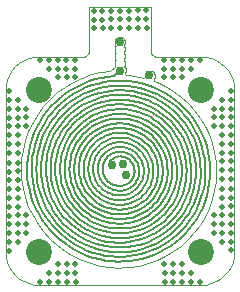
<source format=gbr>
G04 EAGLE Gerber RS-274X export*
G75*
%MOMM*%
%FSLAX34Y34*%
%LPD*%
%INCopper Layer 2*%
%IPPOS*%
%AMOC8*
5,1,8,0,0,1.08239X$1,22.5*%
G01*
%ADD10C,2.199994*%
%ADD11C,0.500000*%
%ADD12C,0.000000*%
%ADD13C,0.200000*%
%ADD14C,0.756400*%


D10*
X137128Y137128D03*
X137128Y0D03*
X0Y0D03*
X0Y137128D03*
D11*
X53858Y189187D03*
X46406Y189128D03*
X61310Y189247D03*
X61191Y204151D03*
X61251Y196699D03*
X46287Y204032D03*
X46346Y196580D03*
X53798Y196639D03*
X53739Y204092D03*
X68762Y189307D03*
X68702Y196759D03*
X76155Y196818D03*
X76214Y189366D03*
X76095Y204270D03*
X68643Y204211D03*
X83666Y189426D03*
X83607Y196878D03*
X91059Y196938D03*
X91118Y189486D03*
X90999Y204390D03*
X83547Y204330D03*
X113622Y162586D03*
X106172Y162586D03*
X106234Y155194D03*
X106295Y147801D03*
X113745Y147801D03*
X121195Y147801D03*
X113684Y155194D03*
X121072Y162586D03*
X121134Y155194D03*
X128584Y155194D03*
X128522Y162586D03*
X135972Y162586D03*
X15932Y147801D03*
X908Y162586D03*
X8420Y155194D03*
X23381Y147801D03*
X30832Y147801D03*
X23320Y155194D03*
X15870Y155194D03*
X15808Y162586D03*
X8358Y162586D03*
X23258Y162586D03*
X30708Y162586D03*
X30770Y155194D03*
X-10672Y15932D03*
X-25457Y908D03*
X-18065Y8420D03*
X-10672Y23381D03*
X-10672Y30832D03*
X-18065Y23320D03*
X-18065Y15870D03*
X-25457Y15808D03*
X-25457Y8358D03*
X-25457Y23258D03*
X-25457Y30708D03*
X-18065Y30770D03*
X-18065Y38220D03*
X-25457Y38158D03*
X-25457Y45608D03*
X-18065Y45670D03*
X-18065Y53120D03*
X-25457Y53058D03*
X-25457Y60508D03*
X-18065Y60570D03*
X-18065Y68020D03*
X-25457Y67958D03*
X-25457Y75408D03*
X-18065Y75470D03*
X-25457Y135972D03*
X-25457Y128522D03*
X-18065Y128584D03*
X-18065Y121134D03*
X-25457Y121072D03*
X-18065Y113684D03*
X-10672Y121195D03*
X-10672Y113745D03*
X-10672Y106295D03*
X-18065Y106234D03*
X-25457Y106172D03*
X-25457Y98722D03*
X-18065Y98784D03*
X-18065Y91334D03*
X-25457Y91272D03*
X-25457Y83822D03*
X-18065Y83884D03*
X-25457Y113622D03*
X147801Y121195D03*
X162586Y136219D03*
X155194Y128707D03*
X147801Y113745D03*
X147801Y106295D03*
X155194Y113807D03*
X155194Y121257D03*
X162586Y121319D03*
X162586Y128769D03*
X162586Y113869D03*
X162586Y106419D03*
X155194Y106357D03*
X155194Y98907D03*
X162586Y98969D03*
X162586Y91519D03*
X155194Y91457D03*
X155194Y84007D03*
X162586Y84069D03*
X162586Y76619D03*
X155194Y76557D03*
X155194Y69107D03*
X162586Y69169D03*
X162586Y61719D03*
X155194Y61657D03*
X162586Y1155D03*
X162586Y8605D03*
X155194Y8543D03*
X155194Y15993D03*
X162586Y16055D03*
X155194Y23443D03*
X147801Y15932D03*
X147801Y23381D03*
X147801Y30832D03*
X155194Y30893D03*
X162586Y30955D03*
X162586Y38405D03*
X155194Y38343D03*
X155194Y45793D03*
X162586Y45855D03*
X162586Y53305D03*
X155194Y53243D03*
X162586Y23505D03*
X23505Y-25457D03*
X30955Y-25457D03*
X30893Y-18065D03*
X30832Y-10672D03*
X23381Y-10672D03*
X15932Y-10672D03*
X23443Y-18065D03*
X16055Y-25457D03*
X15993Y-18065D03*
X8543Y-18065D03*
X8605Y-25457D03*
X1155Y-25457D03*
X106357Y-18065D03*
X106419Y-25457D03*
X113869Y-25457D03*
X128769Y-25457D03*
X121319Y-25457D03*
X121257Y-18065D03*
X113807Y-18065D03*
X106295Y-10672D03*
X113745Y-10672D03*
X128707Y-18065D03*
X136219Y-25457D03*
X121195Y-10672D03*
D12*
X95258Y167785D02*
X94944Y169365D01*
X95258Y167785D02*
X96153Y166445D01*
X97493Y165550D01*
X99073Y165236D01*
X137128Y165236D01*
X137269Y165264D01*
X141531Y164928D01*
X145826Y163897D01*
X149906Y162207D01*
X153672Y159899D01*
X157031Y157031D01*
X159899Y153672D01*
X162207Y149906D01*
X163897Y145826D01*
X164928Y141531D01*
X165264Y137269D01*
X165236Y137128D01*
X165236Y0D01*
X165264Y-140D01*
X164928Y-4402D01*
X163897Y-8697D01*
X162207Y-12778D01*
X159899Y-16543D01*
X157031Y-19902D01*
X153672Y-22770D01*
X149906Y-25078D01*
X145826Y-26768D01*
X141531Y-27800D01*
X137269Y-28135D01*
X137128Y-28107D01*
X0Y-28107D01*
X-140Y-28135D01*
X-4402Y-27800D01*
X-8697Y-26768D01*
X-12778Y-25078D01*
X-16543Y-22770D01*
X-19902Y-19902D01*
X-22770Y-16543D01*
X-25078Y-12778D01*
X-26768Y-8697D01*
X-27800Y-4402D01*
X-28135Y-140D01*
X-28107Y0D01*
X-28107Y137128D01*
X-28135Y137269D01*
X-27800Y141531D01*
X-26768Y145826D01*
X-25078Y149906D01*
X-22770Y153672D01*
X-19902Y157031D01*
X-16543Y159899D01*
X-12778Y162207D01*
X-8697Y163897D01*
X-4402Y164928D01*
X-140Y165264D01*
X0Y165236D01*
X38054Y165236D01*
X39634Y165550D01*
X40974Y166445D01*
X41869Y167785D01*
X42183Y169365D01*
X42183Y207250D01*
X94944Y207250D01*
X94944Y169365D01*
X69459Y181935D02*
X67668Y181935D01*
X66014Y181250D01*
X64748Y179984D01*
X64063Y178330D01*
X64063Y176540D01*
X64748Y174886D01*
X65200Y174435D01*
X64748Y173984D01*
X64063Y172331D01*
X64063Y170540D01*
X64748Y168886D01*
X65200Y168435D01*
X64748Y167984D01*
X64063Y166331D01*
X64063Y164540D01*
X64748Y162886D01*
X65200Y162435D01*
X64748Y161984D01*
X64063Y160330D01*
X64063Y158540D01*
X64748Y156886D01*
X136280Y113609D02*
X140397Y106740D01*
X126132Y125974D02*
X120199Y131351D01*
X113767Y136122D01*
X106898Y140238D01*
X99660Y143662D01*
X97776Y146452D02*
X98461Y148106D01*
X98461Y149896D01*
X89461Y149896D02*
X89461Y148336D01*
X73543Y149622D02*
X72919Y150925D01*
X73196Y151307D01*
X73658Y153242D01*
X73344Y155207D01*
X72337Y156845D01*
X72378Y156886D01*
X73063Y158540D01*
X73063Y160330D01*
X72378Y161984D01*
X71927Y162435D01*
X72378Y162886D01*
X73063Y164540D01*
X73063Y166331D01*
X72378Y167984D01*
X71927Y168435D01*
X72378Y168886D01*
X73063Y170540D01*
X73063Y172331D01*
X72378Y173984D01*
X71927Y174435D01*
X72378Y174886D01*
X73063Y176540D01*
X73063Y178330D01*
X72378Y179984D01*
X71112Y181250D01*
X69459Y181935D01*
X68444Y150938D02*
X68235Y150939D01*
X68029Y150922D01*
X67825Y150886D01*
X67623Y150832D02*
X67424Y150760D01*
X67227Y150669D01*
X67033Y150561D01*
X66840Y150434D01*
X66650Y150288D02*
X66463Y150125D01*
X65103Y151591D01*
X65281Y151766D01*
X65440Y151944D01*
X65581Y152127D01*
X65704Y152312D01*
X65809Y152502D01*
X65896Y152695D01*
X65966Y152892D01*
X66017Y153093D01*
X66050Y153297D01*
X66064Y153505D01*
X68444Y150938D01*
X60930Y73966D02*
X60963Y73914D01*
X61012Y73874D01*
X61077Y73847D01*
X61158Y73832D01*
X61256Y73831D01*
X61370Y73841D01*
X61500Y73864D01*
X61647Y73899D01*
X61809Y73947D01*
X60092Y71186D01*
X60079Y71254D01*
X60061Y71323D01*
X60037Y71394D01*
X60008Y71465D01*
X59974Y71537D01*
X59889Y71685D01*
X59839Y71761D01*
X59723Y71915D01*
X60913Y74030D01*
X60930Y73966D01*
D13*
X60585Y77338D02*
X60717Y77480D01*
X60585Y77338D02*
X60462Y77187D01*
X60351Y77028D01*
X59902Y74225D02*
X59909Y74040D01*
X59928Y73855D01*
X59961Y73672D01*
X60005Y73492D01*
X60063Y73315D01*
X60132Y73143D01*
X60214Y72976D01*
X60307Y72815D01*
X60411Y72661D01*
X60525Y72515D01*
X60649Y72377D01*
X60783Y72248D01*
X60925Y72128D01*
X61075Y72019D01*
X61233Y71921D01*
X61397Y71834D01*
X61567Y71758D01*
X61741Y71695D01*
X61920Y71644D01*
X62101Y71605D01*
X62285Y71579D01*
X62471Y71566D01*
X62855Y83691D02*
X63804Y84041D01*
X62855Y83691D02*
X61933Y83274D01*
X61042Y82795D01*
X60186Y82254D01*
X59370Y81655D01*
X58598Y81001D01*
X57874Y80294D01*
X57200Y79538D01*
X56581Y78738D01*
X56019Y77896D01*
X56097Y62529D02*
X56667Y61693D01*
X57294Y60898D01*
X57975Y60150D01*
X58707Y59450D01*
X59485Y58804D02*
X60307Y58213D01*
X61168Y57681D02*
X62064Y57210D01*
X62990Y56804D01*
X63943Y56462D01*
X64918Y56188D01*
X65908Y55983D01*
X66911Y55847D01*
X67921Y55781D01*
X69891Y31804D02*
X72432Y31995D01*
X74953Y32362D01*
X77442Y32904D01*
X79888Y33619D01*
X82277Y34502D01*
X84600Y35550D01*
X86843Y36757D01*
X88997Y38118D01*
X91050Y39626D01*
X92994Y41273D01*
X94817Y43053D01*
X96513Y44954D01*
X72869Y28019D02*
X70050Y27807D01*
X72869Y28019D02*
X75667Y28426D01*
X78429Y29028D01*
X81142Y29821D01*
X83794Y30801D01*
X86370Y31964D01*
X88860Y33303D01*
X91250Y34814D01*
X93528Y36487D01*
X95684Y38314D01*
X97708Y40288D01*
X99589Y42399D01*
X101318Y44635D01*
X102887Y46986D01*
X104288Y49442D01*
X105515Y51989D01*
X106560Y54615D01*
X107420Y57308D01*
X108090Y60054D01*
X108567Y62841D01*
X108849Y65653D01*
X108933Y68479D01*
X108820Y71304D01*
X108511Y74114D01*
X108006Y76895D01*
X107308Y79634D01*
X106421Y82319D01*
X105349Y84934D01*
X104097Y87469D01*
X102671Y89910D01*
X101079Y92245D01*
X99327Y94464D01*
X97425Y96555D01*
X95382Y98509D01*
X93207Y100315D01*
X90912Y101965D01*
X88507Y103451D01*
X86004Y104766D01*
X83416Y105903D01*
X80755Y106856D01*
X78033Y107621D01*
X75266Y108195D01*
X72464Y108575D01*
X69643Y108757D01*
X66816Y108743D01*
X73308Y24044D02*
X70210Y23811D01*
X73308Y24044D02*
X76381Y24491D01*
X79416Y25153D01*
X82398Y26024D01*
X85311Y27101D01*
X88142Y28378D01*
X90877Y29850D01*
X93503Y31509D01*
X96007Y33348D01*
X98376Y35357D01*
X100600Y37525D01*
X102666Y39844D01*
X111914Y77748D02*
X111148Y80758D01*
X110173Y83707D01*
X108995Y86581D01*
X107619Y89366D01*
X106053Y92048D01*
X71518Y56162D02*
X70666Y55976D01*
X71518Y56162D02*
X72356Y56407D01*
X73174Y56709D01*
X73969Y57068D01*
X76844Y59028D02*
X77468Y59637D01*
X78049Y60289D01*
X78583Y60979D01*
X79067Y61705D01*
X79499Y62462D01*
X79878Y63249D01*
X80201Y64059D01*
X80466Y64890D01*
X80673Y65738D01*
X80820Y66598D01*
X80907Y67466D01*
X80933Y68338D01*
X80898Y69210D01*
X80803Y70077D01*
X80647Y70936D01*
X80432Y71781D01*
X80158Y72609D01*
X79827Y73417D01*
X79441Y74199D01*
X79001Y74953D01*
X78509Y75673D01*
X77968Y76358D01*
X77381Y77004D01*
X76751Y77607D01*
X76080Y78164D01*
X75371Y78673D01*
X74629Y79132D01*
X73857Y79538D01*
X73058Y79889D01*
X72236Y80183D01*
X71396Y80419D01*
X70542Y80596D01*
X69678Y80713D01*
X68807Y80770D01*
X68297Y80774D01*
X73524Y40234D02*
X71555Y39947D01*
X73524Y40234D02*
X75467Y40657D01*
X77377Y41215D01*
X79242Y41905D01*
X81056Y42723D01*
X82807Y43666D01*
X84489Y44729D01*
X86092Y45906D01*
X87610Y47192D01*
X89034Y48581D01*
X90357Y50066D01*
X91574Y51640D01*
X92678Y53295D01*
X93664Y55023D01*
X94527Y56815D01*
X95263Y58663D01*
X95868Y60558D01*
X96340Y62490D01*
X96675Y64451D01*
X96873Y66430D01*
X96933Y68419D01*
X96853Y70407D01*
X96635Y72384D01*
X96280Y74341D01*
X95789Y76269D01*
X95165Y78158D01*
X94411Y79998D01*
X93529Y81782D02*
X92526Y83499D01*
X91405Y85143D01*
X90173Y86704D01*
X88834Y88176D01*
X87397Y89551D01*
X85866Y90822D01*
X84251Y91983D01*
X82559Y93028D01*
X80798Y93953D01*
X78976Y94753D01*
X77104Y95424D01*
X75189Y95963D01*
X73241Y96367D01*
X71270Y96634D01*
X69285Y96762D01*
X67295Y96752D01*
X71117Y43922D02*
X69411Y43794D01*
X71117Y43922D02*
X72809Y44169D01*
X74480Y44533D01*
X76121Y45012D01*
X77725Y45605D01*
X79284Y46309D01*
X80790Y47119D01*
X82236Y48033D01*
X83614Y49045D01*
X84919Y50151D01*
X86143Y51345D01*
X87281Y52621D01*
X88327Y53974D01*
X89276Y55397D01*
X90124Y56882D01*
X90865Y58423D01*
X91498Y60011D01*
X92018Y61640D01*
X92424Y63302D01*
X92712Y64987D01*
X92882Y66689D01*
X92934Y68398D01*
X92865Y70107D01*
X92678Y71807D01*
X92373Y73490D01*
X91951Y75147D01*
X91414Y76770D02*
X90765Y78353D01*
X90008Y79886D02*
X89146Y81363D01*
X88182Y82776D01*
X87123Y84118D01*
X85972Y85383D01*
X84736Y86565D01*
X83420Y87657D01*
X82032Y88656D01*
X80577Y89555D01*
X79063Y90350D01*
X77497Y91038D01*
X75887Y91615D01*
X74241Y92078D01*
X72567Y92425D01*
X70872Y92654D01*
X69165Y92765D01*
X67455Y92756D01*
X71994Y35971D02*
X69731Y35801D01*
X71994Y35971D02*
X74238Y36298D01*
X84825Y40212D02*
X86743Y41424D01*
X88571Y42766D01*
X93435Y47511D02*
X94822Y49305D01*
X96081Y51192D01*
X97206Y53162D01*
X98190Y55206D01*
X99029Y57314D01*
X99719Y59475D01*
X100257Y61679D01*
X100639Y63915D01*
X100865Y66172D01*
X100933Y68439D01*
X100842Y70706D01*
X100594Y72961D01*
X100189Y75193D01*
X97052Y83678D02*
X95908Y85636D01*
X94630Y87511D01*
X93224Y89291D01*
X91698Y90969D01*
X90058Y92537D01*
X88313Y93986D01*
X86471Y95310D01*
X84541Y96503D01*
X82533Y97558D01*
X80456Y98470D01*
X78320Y99235D01*
X76137Y99849D01*
X73916Y100310D01*
X71668Y100614D01*
X69404Y100761D01*
X67136Y100749D01*
X75060Y8139D02*
X70849Y7823D01*
X75060Y8139D02*
X79239Y8748D01*
X83365Y9646D01*
X114975Y29620D02*
X117558Y32961D01*
X119902Y36473D01*
X121995Y40141D01*
X123827Y43946D01*
X125389Y47869D01*
X126674Y51891D01*
X127675Y55994D01*
X128387Y60156D01*
X128808Y64358D01*
X128934Y68579D01*
X128765Y72799D01*
X128303Y76996D01*
X127549Y81151D01*
X119580Y100593D02*
X117201Y104082D01*
X114584Y107396D01*
X111743Y110520D01*
X108691Y113438D01*
X105442Y116137D01*
X102013Y118601D01*
X98421Y120821D01*
X94683Y122785D01*
X90816Y124483D01*
X86841Y125908D01*
X82776Y127051D01*
X78641Y127909D01*
X74456Y128475D01*
X70242Y128749D01*
X66019Y128727D01*
X66018Y128727D01*
X74184Y16091D02*
X70529Y15817D01*
X74184Y16091D02*
X77810Y16619D01*
X108820Y34732D02*
X111061Y37631D01*
X113095Y40679D01*
X114911Y43861D01*
X116501Y47163D01*
X117857Y50568D01*
X118972Y54058D01*
X119840Y57618D01*
X120458Y61230D01*
X120823Y64876D01*
X120932Y68539D01*
X120786Y72201D01*
X120385Y75843D01*
X119731Y79449D01*
X118826Y83000D01*
X100547Y109808D02*
X97572Y111947D01*
X94454Y113873D01*
X91210Y115577D01*
X87855Y117051D01*
X84405Y118287D01*
X80878Y119279D01*
X77290Y120023D01*
X73658Y120515D01*
X70002Y120752D01*
X66337Y120733D01*
X74622Y12115D02*
X70689Y11820D01*
X74622Y12115D02*
X78524Y12684D01*
X111897Y32176D02*
X114309Y35296D01*
X116498Y38577D01*
X118453Y42002D01*
X120164Y45555D01*
X121623Y49219D01*
X122822Y52976D01*
X124422Y60694D02*
X124815Y64618D01*
X124933Y68560D01*
X124775Y72500D01*
X124343Y76420D01*
X123639Y80300D01*
X122666Y84122D01*
X121428Y87866D01*
X119932Y91515D01*
X118186Y95051D02*
X116197Y98457D01*
X113975Y101715D01*
X111532Y104810D01*
X108878Y107728D01*
X106027Y110453D01*
X102994Y112973D01*
X99792Y115274D01*
X96437Y117348D01*
X74056Y124495D02*
X70121Y124750D01*
X66177Y124730D01*
X120805Y30626D02*
X118051Y27064D01*
X125535Y38281D02*
X127488Y42337D01*
X129154Y46520D01*
X130524Y50808D01*
X131591Y55182D01*
X132351Y59620D01*
X132799Y64099D01*
X132933Y68600D01*
X132753Y73098D01*
X132260Y77573D01*
X131456Y82003D01*
X130345Y86366D01*
X128932Y90640D01*
X127225Y94806D01*
X125231Y98842D02*
X122960Y102730D01*
X120424Y106450D02*
X117635Y109983D01*
X114605Y113314D01*
X111351Y116425D01*
X107888Y119301D01*
X104232Y121929D01*
X100402Y124296D01*
X88056Y129718D02*
X83723Y130938D01*
X79314Y131851D01*
X75936Y188D02*
X71168Y-168D01*
X75936Y188D02*
X80667Y877D01*
X85339Y1895D01*
X89928Y3236D01*
X94413Y4894D01*
X98771Y6860D01*
X102981Y9126D01*
X107023Y11680D01*
X110877Y14510D01*
X114524Y17601D01*
X117947Y20940D01*
X121128Y24509D01*
X124053Y28292D01*
X126706Y32269D01*
X126341Y104866D02*
X123647Y108817D01*
X120685Y112570D01*
X117468Y116106D01*
X114012Y119410D01*
X110334Y122465D01*
X73746Y20068D02*
X70370Y19814D01*
X73746Y20068D02*
X77096Y20555D01*
X80404Y21276D01*
X83653Y22225D01*
X86828Y23399D01*
X89914Y24791D01*
X92895Y26396D01*
X95757Y28204D01*
X98485Y30207D01*
X101068Y32396D01*
X103491Y34760D01*
X105743Y37287D01*
X107814Y39965D01*
X109693Y42781D01*
X111371Y45722D02*
X112840Y48772D01*
X114092Y51917D01*
X115122Y55141D01*
X116428Y75266D02*
X115823Y78597D01*
X114988Y81878D01*
X109435Y94182D02*
X107528Y96979D01*
X105430Y99637D01*
X103152Y102141D01*
X100706Y104480D01*
X98101Y106643D02*
X95353Y108619D01*
X92473Y110399D01*
X89476Y111973D01*
X86377Y113334D01*
X83190Y114476D01*
X79931Y115393D01*
X76616Y116080D01*
X73262Y116534D01*
X69884Y116753D01*
X66498Y116736D01*
X66497Y116736D01*
X66337Y120733D02*
X62822Y120470D01*
X59334Y119962D01*
X55890Y119212D01*
X52507Y118223D01*
X49201Y117001D01*
X45988Y115551D01*
X42884Y113880D01*
X39904Y111997D02*
X37063Y109911D01*
X34374Y107632D01*
X31851Y105171D01*
X29505Y102540D01*
X27349Y99751D01*
X25393Y96819D01*
X23646Y93758D01*
X22117Y90581D01*
X20813Y87307D01*
X19740Y83949D01*
X18904Y80525D01*
X18310Y77050D01*
X17959Y73543D01*
X17854Y70020D01*
X17994Y66497D01*
X18380Y62994D01*
X19010Y59526D01*
X19880Y56110D01*
X20986Y52763D01*
X22323Y49502D01*
X25662Y43297D02*
X27647Y40385D01*
X29832Y37618D01*
X32203Y35011D01*
X43323Y26412D02*
X46444Y24773D01*
X49671Y23356D01*
X52989Y22167D01*
X56383Y21212D01*
X59834Y20497D01*
X70369Y19813D02*
X70370Y19814D01*
X62384Y124446D02*
X66177Y124730D01*
X62384Y124446D02*
X58620Y123898D01*
X54903Y123088D01*
X51251Y122021D01*
X47683Y120702D01*
X44216Y119137D01*
X40866Y117335D01*
X37650Y115303D01*
X34584Y113051D01*
X31682Y110591D01*
X28959Y107935D01*
X26428Y105095D01*
X24101Y102086D01*
X21990Y98921D01*
X20104Y95617D01*
X18454Y92190D01*
X17046Y88656D01*
X15889Y85032D01*
X14988Y81336D01*
X14346Y77587D01*
X13967Y73801D01*
X13854Y69999D01*
X14006Y66198D01*
X14422Y62417D01*
X15102Y58674D01*
X16040Y54988D01*
X17234Y51376D01*
X18677Y47856D01*
X20362Y44445D02*
X22280Y41160D01*
X24423Y38017D01*
X26780Y35032D01*
X29340Y32217D01*
X32090Y29589D01*
X35016Y27158D01*
X38105Y24938D01*
X41341Y22938D01*
X44709Y21169D01*
X48192Y19639D01*
X51773Y18356D01*
X55435Y17326D01*
X59160Y16554D01*
X62929Y16043D01*
X66725Y15797D01*
X70529Y15816D01*
X70529Y15817D01*
X61947Y128422D02*
X66018Y128727D01*
X61947Y128422D02*
X57906Y127833D01*
X53916Y126964D01*
X49997Y125819D01*
X46167Y124403D01*
X42445Y122724D01*
X38850Y120789D01*
X35398Y118607D01*
X32107Y116191D01*
X28992Y113550D01*
X26069Y110699D01*
X23352Y107651D01*
X20855Y104421D01*
X18588Y101024D01*
X16565Y97478D01*
X14793Y93799D01*
X13283Y90005D01*
X12040Y86116D01*
X11073Y82149D01*
X10384Y78124D01*
X9977Y74061D01*
X9855Y69980D01*
X10019Y65900D01*
X10466Y61841D01*
X11195Y57824D01*
X12203Y53867D01*
X13484Y49990D01*
X15033Y46211D02*
X16841Y42551D01*
X18901Y39025D01*
X21201Y35651D01*
X23731Y32446D01*
X26478Y29426D01*
X29430Y26604D01*
X32571Y23995D01*
X35886Y21612D01*
X39360Y19466D01*
X42975Y17567D01*
X46713Y15925D01*
X50557Y14548D01*
X54488Y13442D01*
X58486Y12613D01*
X62533Y12065D01*
X66607Y11801D01*
X70689Y11820D01*
X61508Y132398D02*
X65858Y132724D01*
X61508Y132398D02*
X57191Y131769D01*
X52929Y130841D01*
X48742Y129617D01*
X44650Y128105D01*
X40673Y126310D01*
X36832Y124243D01*
X33144Y121913D01*
X29628Y119331D01*
X26300Y116510D01*
X23177Y113464D01*
X20275Y110208D01*
X11130Y95408D02*
X9516Y91355D01*
X8189Y87199D01*
X7155Y82961D01*
X6419Y78662D01*
X5985Y74321D01*
X5854Y69960D01*
X6028Y65601D01*
X6506Y61265D01*
X7285Y56973D01*
X8362Y52745D01*
X9731Y48603D01*
X11385Y44567D01*
X13317Y40656D02*
X15518Y36889D01*
X17975Y33284D01*
X20678Y29860D01*
X23613Y26633D01*
X26767Y23618D01*
X30123Y20831D01*
X33665Y18285D01*
X37376Y15992D01*
X41238Y13963D01*
X45232Y12209D02*
X49339Y10737D01*
X53538Y9556D01*
X57810Y8670D01*
X62133Y8085D01*
X66486Y7802D01*
X70848Y7824D01*
X70849Y7823D01*
X61070Y136373D02*
X65698Y136720D01*
X61070Y136373D02*
X56477Y135704D01*
X51941Y134716D01*
X47486Y133415D01*
X43132Y131805D01*
X38901Y129896D01*
X34814Y127696D01*
X30890Y125217D01*
X27149Y122470D01*
X23608Y119468D01*
X20285Y116227D01*
X17197Y112762D01*
X14358Y109090D01*
X11782Y105229D01*
X9481Y101198D01*
X4338Y88282D02*
X3238Y83772D01*
X2455Y79197D01*
X1993Y74578D01*
X1854Y69939D01*
X2040Y65301D01*
X2548Y60687D01*
X3377Y56120D01*
X4522Y51622D01*
X5979Y47215D01*
X7739Y42920D02*
X9795Y38759D01*
X12136Y34751D01*
X14751Y30916D01*
X17627Y27272D01*
X20750Y23839D01*
X24105Y20631D01*
X27676Y17665D01*
X31445Y14956D01*
X35393Y12516D01*
X39503Y10358D01*
X43753Y8491D01*
X48122Y6926D01*
X52590Y5669D01*
X57135Y4726D01*
X61735Y4104D01*
X66367Y3803D01*
X71008Y3826D01*
X60632Y140349D02*
X65539Y140717D01*
X60632Y140349D02*
X55763Y139640D01*
X50955Y138593D01*
X46231Y137213D01*
X41616Y135506D01*
X37130Y133482D01*
X32798Y131150D01*
X28637Y128521D01*
X24671Y125609D01*
X20917Y122427D01*
X17395Y118991D01*
X14121Y115318D01*
X11111Y111425D01*
X8379Y107332D02*
X5941Y103057D01*
X3806Y98624D01*
X1985Y94052D01*
X488Y89365D01*
X-1507Y79734D02*
X-1997Y74837D01*
X-2144Y69919D01*
X-1947Y65002D01*
X-1408Y60110D01*
X-529Y55269D01*
X684Y50500D01*
X2228Y45828D01*
X4094Y41275D02*
X6274Y36863D01*
X8756Y32614D01*
X11528Y28548D01*
X14577Y24686D02*
X17888Y21045D01*
X21445Y17645D01*
X29226Y11628D02*
X33412Y9042D01*
X37769Y6753D01*
X42274Y4775D01*
X46906Y3115D01*
X51643Y1782D01*
X56462Y784D01*
X61338Y123D01*
X66249Y-194D01*
X71168Y-168D01*
X60194Y144326D02*
X65379Y144714D01*
X60194Y144326D02*
X55048Y143576D01*
X49967Y142469D01*
X44976Y141011D01*
X40098Y139208D01*
X35359Y137069D01*
X30779Y134605D01*
X26383Y131827D01*
X22192Y128749D01*
X18226Y125387D01*
X14503Y121756D01*
X11043Y117874D01*
X7862Y113760D01*
X4976Y109435D01*
X2399Y104918D01*
X143Y100233D01*
X-1780Y95402D01*
X-3362Y90448D01*
X-4595Y85397D01*
X-5472Y80271D01*
X-5989Y75097D01*
X-6145Y69899D01*
X-5937Y64703D01*
X-5368Y59535D01*
X-4439Y54418D01*
X-3156Y49379D02*
X-1524Y44441D01*
X447Y39630D01*
X2750Y34968D02*
X5373Y30477D01*
X8302Y26181D01*
X11524Y22099D02*
X15023Y18252D01*
X18782Y14659D01*
X22782Y11337D01*
X36031Y3150D02*
X40792Y1058D01*
X45688Y-694D01*
X50693Y-2102D01*
X55785Y-3158D01*
X60938Y-3856D01*
X66127Y-4193D01*
X71327Y-4166D01*
X71328Y-4165D01*
X58093Y148100D02*
X63547Y148626D01*
X58093Y148100D02*
X52690Y147195D01*
X47362Y145915D01*
X42137Y144266D01*
X37039Y142257D01*
X32094Y139897D01*
X27326Y137198D01*
X22757Y134173D01*
X18411Y130837D01*
X14308Y127205D01*
X10468Y123297D01*
X6910Y119130D01*
X3652Y114724D01*
X709Y110103D01*
X-1903Y105287D01*
X-4175Y100301D01*
X-6093Y95168D01*
X-7648Y89914D01*
X-8833Y84564D01*
X-9642Y79145D01*
X-10071Y73683D01*
X-10117Y68204D01*
X-9066Y57303D02*
X-7972Y51934D01*
X-6507Y46654D01*
X-4677Y41489D01*
X-2491Y36465D01*
X38Y31605D02*
X2902Y26934D01*
X6085Y22474D01*
X9571Y18247D01*
X13343Y14273D01*
X30910Y1279D02*
X35814Y-1164D01*
X40877Y-3260D01*
X46073Y-4997D01*
X51378Y-6368D01*
X56766Y-7366D01*
X62210Y-7985D01*
X67684Y-8223D01*
X71487Y-8162D01*
X76812Y-7763D01*
X82096Y-6993D01*
X87313Y-5857D01*
X127282Y19397D02*
X130548Y23622D01*
X133512Y28063D01*
X136158Y32701D01*
X138475Y37512D01*
X140450Y42472D01*
X142075Y47559D01*
X143341Y52746D01*
X144242Y58010D01*
X144773Y63323D01*
X144932Y68660D01*
X144719Y73995D01*
X144134Y79303D01*
X143181Y84556D01*
X141863Y89731D01*
X140187Y94801D01*
X138162Y99741D01*
X135798Y104529D01*
X133104Y109140D02*
X130097Y113551D01*
X126788Y117742D01*
X123195Y121693D01*
X119336Y125383D01*
X115228Y128794D01*
X110892Y131911D01*
X106350Y134718D01*
X101623Y137201D01*
X96734Y139348D01*
X91707Y141149D01*
X86567Y142595D01*
X81339Y143679D01*
X76047Y144395D01*
X70719Y144741D01*
X65379Y144714D01*
X76375Y-3787D02*
X71328Y-4165D01*
X76375Y-3787D02*
X81382Y-3057D01*
X91184Y-561D02*
X95930Y1192D01*
X100543Y3274D01*
X104999Y5672D01*
X109277Y8375D01*
X113356Y11370D01*
X117216Y14642D01*
X120838Y18176D01*
X124206Y21954D01*
X127301Y25957D01*
X130109Y30166D01*
X132617Y34562D01*
X134813Y39121D01*
X136685Y43822D01*
X138225Y48643D01*
X139424Y53559D01*
X140278Y58547D01*
X140781Y63582D01*
X140932Y68640D01*
X140730Y73697D01*
X140176Y78727D01*
X139272Y83706D01*
X138023Y88610D01*
X136435Y93415D01*
X134516Y98097D01*
X132275Y102634D01*
X129722Y107004D01*
X126872Y111184D02*
X123736Y115156D01*
X120331Y118900D01*
X116673Y122397D01*
X112781Y125630D01*
X108672Y128584D01*
X104367Y131244D01*
X99887Y133597D01*
X95254Y135632D01*
X90490Y137339D01*
X85618Y138709D01*
X80663Y139736D01*
X75649Y140415D01*
X70599Y140743D01*
X65539Y140717D01*
X66497Y116736D02*
X63261Y116494D01*
X60049Y116026D01*
X56878Y115335D01*
X53762Y114425D01*
X50718Y113299D01*
X47760Y111964D01*
X44902Y110426D01*
X42158Y108692D01*
X39542Y106771D01*
X37066Y104672D01*
X34743Y102406D01*
X32583Y99983D01*
X30598Y97416D01*
X28796Y94716D01*
X27188Y91897D01*
X25780Y88972D01*
X24579Y85957D01*
X23592Y82865D01*
X22822Y79712D01*
X22275Y76513D01*
X21952Y73283D01*
X21855Y70039D01*
X21984Y66796D01*
X22340Y63570D01*
X22920Y60376D01*
X23721Y57231D01*
X24739Y54150D01*
X25970Y51146D01*
X27408Y48236D01*
X29045Y45434D01*
X37414Y35561D02*
X39911Y33487D01*
X42547Y31593D01*
X45308Y29886D01*
X48181Y28377D01*
X51153Y27072D01*
X54208Y25977D01*
X57332Y25099D01*
X60511Y24440D01*
X63727Y24004D01*
X66966Y23794D01*
X70210Y23811D01*
X63699Y112517D02*
X66657Y112739D01*
X63699Y112517D02*
X60764Y112090D01*
X57865Y111459D01*
X55018Y110627D01*
X52235Y109598D01*
X49532Y108378D01*
X46919Y106972D01*
X44412Y105387D01*
X42020Y103632D01*
X39758Y101713D01*
X37634Y99642D01*
X35661Y97428D01*
X33846Y95081D01*
X32200Y92613D01*
X30729Y90037D01*
X29442Y87364D01*
X28345Y84608D01*
X27442Y81782D01*
X26739Y78900D01*
X26239Y75976D01*
X25944Y73025D01*
X25855Y70060D01*
X25974Y67095D01*
X26298Y64147D01*
X26828Y61228D01*
X27560Y58353D01*
X28491Y55537D01*
X29616Y52792D01*
X30930Y50132D01*
X32426Y47571D01*
X34097Y45120D02*
X35935Y42791D01*
X37932Y40597D01*
X40076Y38547D01*
X42358Y36652D01*
X44766Y34920D01*
X47290Y33361D01*
X49916Y31981D01*
X52632Y30789D01*
X55425Y29788D01*
X58280Y28985D01*
X61185Y28382D01*
X64125Y27984D01*
X67085Y27792D01*
X70050Y27807D01*
X64137Y108542D02*
X66816Y108743D01*
X64137Y108542D02*
X61477Y108155D01*
X58852Y107583D01*
X56272Y106830D01*
X53752Y105898D01*
X51302Y104792D01*
X48936Y103519D01*
X46664Y102083D01*
X44499Y100493D01*
X42448Y98755D01*
X40525Y96879D01*
X38737Y94873D01*
X37093Y92747D01*
X35602Y90512D01*
X34270Y88178D01*
X33104Y85757D01*
X32110Y83260D01*
X31292Y80700D01*
X30655Y78090D01*
X30202Y75441D01*
X29934Y72767D01*
X29854Y70081D01*
X29961Y67396D01*
X30256Y64725D01*
X30736Y62081D01*
X31399Y59477D01*
X32242Y56925D01*
X33261Y54439D01*
X34452Y52029D01*
X35807Y49709D01*
X37320Y47489D02*
X38986Y45379D01*
X40794Y43391D01*
X42736Y41534D01*
X44803Y39818D01*
X46985Y38249D01*
X49271Y36836D01*
X51650Y35587D01*
X54111Y34506D01*
X56640Y33600D01*
X59227Y32872D01*
X61859Y32326D01*
X64522Y31966D01*
X67203Y31792D01*
X69890Y31805D01*
X69891Y31804D01*
X64575Y104566D02*
X66976Y104746D01*
X64575Y104566D02*
X62192Y104219D01*
X59839Y103707D01*
X57528Y103032D01*
X55269Y102196D01*
X53074Y101206D01*
X50954Y100065D01*
X48918Y98779D01*
X46977Y97353D01*
X45140Y95796D01*
X43416Y94115D01*
X41814Y92317D01*
X40341Y90412D01*
X39005Y88409D01*
X37811Y86318D01*
X36767Y84148D01*
X35876Y81911D01*
X35143Y79617D01*
X34572Y77278D01*
X34166Y74904D01*
X33926Y72508D01*
X33854Y70101D01*
X33950Y67695D01*
X34214Y65302D01*
X34644Y62932D01*
X35238Y60599D01*
X35994Y58312D01*
X36907Y56084D01*
X37974Y53925D01*
X39188Y51846D02*
X40545Y49856D01*
X42037Y47966D01*
X43657Y46185D01*
X45398Y44521D01*
X47250Y42982D01*
X49205Y41577D01*
X51254Y40311D01*
X53385Y39191D01*
X55590Y38222D01*
X57857Y37410D01*
X60175Y36758D01*
X62533Y36269D01*
X64919Y35946D01*
X67322Y35790D01*
X69730Y35802D01*
X69731Y35801D01*
X65013Y100590D02*
X67136Y100749D01*
X65013Y100590D02*
X62907Y100283D01*
X60827Y99830D01*
X58783Y99233D01*
X56787Y98495D01*
X54846Y97619D01*
X52971Y96610D01*
X51172Y95473D01*
X49456Y94213D01*
X47832Y92837D01*
X46308Y91350D01*
X44891Y89761D01*
X43589Y88077D01*
X42408Y86306D01*
X41352Y84457D01*
X40429Y82538D01*
X39641Y80561D01*
X38994Y78532D01*
X38489Y76464D01*
X38130Y74366D01*
X37918Y72248D01*
X37854Y70120D01*
X37939Y67993D01*
X38173Y65876D01*
X38553Y63782D01*
X39078Y61719D01*
X39746Y59697D01*
X40554Y57728D01*
X41497Y55819D02*
X42570Y53981D01*
X43770Y52222D01*
X45089Y50551D01*
X46521Y48976D01*
X48060Y47505D01*
X49698Y46144D01*
X51426Y44902D01*
X53237Y43783D01*
X55122Y42793D01*
X57071Y41937D01*
X59076Y41219D01*
X61125Y40642D01*
X63209Y40210D01*
X65319Y39924D01*
X67444Y39787D01*
X69571Y39798D01*
X65451Y96614D02*
X67295Y96752D01*
X65451Y96614D02*
X63620Y96348D01*
X61813Y95954D01*
X60038Y95435D01*
X58303Y94794D01*
X56617Y94033D01*
X54988Y93156D01*
X53424Y92168D01*
X51933Y91073D01*
X50523Y89877D01*
X49199Y88586D01*
X47968Y87205D01*
X46836Y85742D01*
X45810Y84203D01*
X44893Y82597D01*
X44090Y80930D01*
X43406Y79212D01*
X42843Y77450D01*
X42405Y75653D01*
X42093Y73829D01*
X41909Y71989D01*
X41854Y70140D01*
X41928Y68292D01*
X42130Y66453D01*
X42460Y64633D01*
X42917Y62841D01*
X43497Y61085D01*
X44199Y59373D01*
X45018Y57715D02*
X45951Y56117D01*
X46993Y54589D01*
X48139Y53138D01*
X49384Y51769D01*
X50721Y50491D01*
X52143Y49309D01*
X53645Y48230D01*
X55219Y47257D01*
X56856Y46397D01*
X58550Y45653D01*
X60291Y45029D01*
X62072Y44528D01*
X63883Y44153D01*
X65716Y43905D01*
X67562Y43785D01*
X69411Y43794D01*
X65889Y92639D02*
X67455Y92756D01*
X65889Y92639D02*
X64335Y92413D01*
X62801Y92078D01*
X61293Y91638D01*
X59820Y91093D01*
X58389Y90447D01*
X57006Y89703D01*
X55678Y88864D01*
X54412Y87935D01*
X53214Y86919D01*
X52090Y85823D01*
X51045Y84650D01*
X50084Y83408D01*
X49213Y82102D01*
X48435Y80738D01*
X47753Y79323D01*
X47172Y77864D01*
X46694Y76368D01*
X46322Y74842D01*
X46057Y73294D01*
X45901Y71731D01*
X45854Y70161D01*
X45916Y68592D01*
X46088Y67031D01*
X46369Y65486D01*
X46756Y63964D01*
X47249Y62473D01*
X47845Y61020D01*
X48540Y59612D02*
X49332Y58256D01*
X50217Y56958D01*
X51190Y55725D01*
X52247Y54564D01*
X53382Y53478D01*
X54590Y52475D01*
X55865Y51558D01*
X57201Y50733D01*
X58592Y50002D01*
X60030Y49371D01*
X61508Y48841D01*
X63020Y48416D01*
X64557Y48097D01*
X66114Y47886D01*
X67681Y47785D01*
X69251Y47792D01*
X69252Y47791D01*
X66328Y88663D02*
X67615Y88759D01*
X66328Y88663D02*
X65050Y88477D01*
X63788Y88202D01*
X62549Y87840D01*
X61338Y87392D01*
X60161Y86861D01*
X59024Y86249D01*
X57932Y85559D01*
X56891Y84795D01*
X55906Y83960D01*
X54982Y83058D01*
X54123Y82094D01*
X53333Y81072D01*
X52616Y79998D01*
X51976Y78877D01*
X51416Y77713D01*
X50938Y76514D01*
X50546Y75284D01*
X50240Y74029D01*
X50022Y72757D01*
X49893Y71472D01*
X49855Y70181D01*
X49906Y68891D01*
X50048Y67607D01*
X50279Y66337D01*
X50597Y65085D01*
X51002Y63859D01*
X51492Y62665D02*
X52064Y61507D01*
X52715Y60392D01*
X53443Y59325D01*
X54243Y58312D01*
X55112Y57356D01*
X56045Y56464D01*
X57039Y55639D01*
X58087Y54885D01*
X59186Y54207D01*
X60329Y53606D01*
X61511Y53087D01*
X62727Y52651D01*
X63970Y52302D01*
X65234Y52040D01*
X66513Y51866D01*
X67802Y51783D01*
X69092Y51788D01*
X66766Y84687D02*
X67775Y84762D01*
X66766Y84687D02*
X65765Y84541D01*
X64776Y84325D01*
X63804Y84041D01*
X62855Y83691D01*
X61933Y83274D01*
X61042Y82795D01*
X60186Y82254D01*
X59370Y81655D01*
X58598Y81001D01*
X57200Y79538D02*
X56581Y78738D01*
X56019Y77896D01*
X55518Y77017D01*
X55079Y76105D01*
X54704Y75165D01*
X54397Y74201D01*
X54157Y73218D01*
X53986Y72220D01*
X53885Y71213D01*
X53855Y70201D01*
X53896Y69190D01*
X62990Y56804D02*
X63943Y56462D01*
X64776Y84325D02*
X65765Y84541D01*
X64776Y84325D02*
X63804Y84041D01*
X62855Y83691D01*
X58598Y81001D02*
X57874Y80294D01*
X57200Y79538D01*
X56581Y78738D01*
X56019Y77896D01*
X55518Y77017D01*
X55079Y76105D01*
X54704Y75165D01*
X54397Y74201D01*
X54754Y65247D02*
X55138Y64310D01*
X55586Y63403D01*
X56097Y62529D01*
X56667Y61693D01*
X57294Y60898D01*
X57975Y60150D01*
X58707Y59450D01*
X64918Y56188D02*
X65908Y55983D01*
X63703Y79688D02*
X64371Y79989D01*
X63703Y79688D02*
X63058Y79340D01*
X62438Y78949D01*
X61847Y78515D01*
X61288Y78042D01*
X60764Y77530D01*
X60717Y77480D01*
X69092Y51788D02*
X70241Y51874D01*
X75741Y53482D02*
X76756Y54028D01*
X77729Y54643D01*
X78657Y55325D01*
X79536Y56069D01*
X80360Y56873D01*
X81127Y57733D01*
X81831Y58644D01*
X82470Y59602D01*
X83041Y60603D01*
X83541Y61640D02*
X83967Y62710D01*
X84317Y63807D01*
X84590Y64926D01*
X84784Y66061D01*
X84899Y67207D01*
X84933Y68359D01*
X84887Y69509D01*
X84761Y70654D01*
X84555Y71787D01*
X84271Y72903D01*
X83910Y73997D01*
X83473Y75063D01*
X82963Y76095D01*
X82382Y77090D01*
X81733Y78041D01*
X81020Y78945D01*
X80245Y79797D01*
X79412Y80593D01*
X78526Y81329D01*
X77591Y82001D01*
X76611Y82606D01*
X75592Y83142D01*
X74537Y83605D01*
X73453Y83993D02*
X72344Y84305D01*
X71217Y84539D01*
X70075Y84694D01*
X68926Y84768D01*
X67775Y84762D01*
X70679Y47898D02*
X69252Y47791D01*
X70679Y47898D02*
X72095Y48105D01*
X73493Y48409D01*
X74867Y48810D01*
X76209Y49306D01*
X77513Y49895D01*
X78773Y50573D01*
X79983Y51337D01*
X81136Y52184D01*
X82228Y53110D01*
X83252Y54109D01*
X84204Y55177D01*
X85080Y56309D01*
X85874Y57499D01*
X86583Y58742D01*
X87204Y60031D01*
X87733Y61360D01*
D12*
X64748Y156850D02*
X64748Y156886D01*
X64748Y156850D02*
X61156Y153520D01*
X60159Y153471D01*
X52044Y152268D01*
X44085Y150274D01*
X36361Y147510D01*
X28944Y144003D01*
X21907Y139785D01*
X15318Y134898D01*
X9239Y129388D01*
X3729Y123309D01*
X-1156Y116719D01*
X-5374Y109683D01*
X-8882Y102266D01*
X-11645Y94541D01*
X-13639Y86583D01*
X-14843Y78468D01*
X-15245Y70273D01*
X-14843Y62079D01*
X-13639Y53964D01*
X-11645Y46005D01*
X-8882Y38281D01*
X-5374Y30864D01*
X-1156Y23827D01*
X3729Y17238D01*
X9239Y11159D01*
X15318Y5649D01*
X21907Y762D01*
X28944Y-3454D01*
X36361Y-6962D01*
X44085Y-9725D01*
X52044Y-11719D01*
X60159Y-12923D01*
X68353Y-13325D01*
X71130Y-13189D01*
X71487Y-13260D01*
X71690Y-13220D01*
X72080Y-13142D01*
X76431Y-12928D01*
X84352Y-11753D01*
X92120Y-9808D01*
X99660Y-7110D01*
X106898Y-3686D01*
X113767Y429D01*
X120199Y5199D01*
X126132Y10576D01*
X131510Y16510D01*
X136280Y22941D01*
X140397Y29810D01*
X143820Y37049D01*
X146518Y44588D01*
X148464Y52356D01*
X149639Y60277D01*
X150032Y68275D01*
X149639Y76273D01*
X148464Y84194D01*
X146518Y91962D01*
X143820Y99501D01*
X140397Y106740D01*
X136280Y113609D02*
X131510Y120040D01*
X126132Y125974D01*
X99660Y143662D02*
X97540Y144420D01*
X97211Y145887D01*
X97776Y146452D01*
X98461Y149896D02*
X97776Y151550D01*
X96510Y152816D01*
X94856Y153501D01*
X93066Y153501D01*
X91412Y152816D01*
X90146Y151550D01*
X89461Y149896D01*
X89461Y148336D02*
X88544Y147255D01*
X84352Y148305D01*
X76431Y149480D01*
X73543Y149622D01*
X67825Y150886D02*
X67623Y150832D01*
X66840Y150434D02*
X66650Y150288D01*
D13*
X60351Y77028D02*
X60251Y76861D01*
X60163Y76688D01*
X60087Y76509D01*
X60024Y76325D01*
X59973Y76138D01*
X59936Y75947D01*
X59912Y75754D01*
X59902Y75560D01*
X59902Y75512D01*
X62471Y71566D02*
X62563Y71563D01*
X66766Y84687D02*
X67775Y84762D01*
X66766Y84687D02*
X65765Y84541D01*
X64776Y84325D01*
X63804Y84041D01*
X56019Y77896D02*
X55518Y77017D01*
X55079Y76105D01*
X54704Y75165D01*
X54397Y74201D01*
X54157Y73218D01*
X53986Y72220D01*
X53885Y71213D01*
X53855Y70201D01*
X53896Y69190D01*
X54006Y68184D01*
X54187Y67188D01*
X54437Y66208D01*
X54754Y65247D01*
X55138Y64310D01*
X55586Y63403D01*
X56097Y62529D01*
X58707Y59450D02*
X59485Y58804D01*
X60307Y58213D02*
X61168Y57681D01*
X67921Y55781D02*
X68932Y55785D01*
X96513Y44954D02*
X98071Y46970D01*
X99485Y49089D01*
X100748Y51302D01*
X101853Y53597D01*
X102796Y55964D01*
X103571Y58391D01*
X104175Y60866D01*
X104604Y63377D01*
X104858Y65912D01*
X104934Y68459D01*
X104832Y71004D01*
X104553Y73537D01*
X104098Y76043D01*
X103469Y78512D01*
X102670Y80931D01*
X101704Y83289D01*
X100576Y85573D01*
X99291Y87773D01*
X97856Y89878D01*
X96277Y91877D01*
X94563Y93762D01*
X92721Y95523D01*
X90761Y97150D01*
X88693Y98637D01*
X86525Y99977D01*
X84270Y101161D01*
X81937Y102186D01*
X79539Y103045D01*
X77086Y103735D01*
X74592Y104252D01*
X72067Y104594D01*
X69525Y104759D01*
X66977Y104746D01*
X66976Y104746D01*
X104566Y42301D02*
X102666Y39844D01*
X104566Y42301D02*
X106290Y44885D01*
X107830Y47583D01*
X109177Y50381D01*
X110326Y53267D01*
X111271Y56226D01*
X112007Y59243D01*
X112531Y62305D01*
X112841Y65396D01*
X112933Y68501D01*
X112809Y71604D01*
X112469Y74692D01*
X111914Y77748D01*
X106053Y92048D02*
X104303Y94614D01*
X102378Y97052D01*
X100288Y99350D01*
X98043Y101496D01*
X95654Y103481D01*
X93132Y105294D01*
X90489Y106926D01*
X87739Y108371D01*
X84895Y109620D01*
X81971Y110668D01*
X78981Y111509D01*
X75940Y112139D01*
X72862Y112556D01*
X69762Y112757D01*
X66657Y112739D01*
X69803Y55851D02*
X68932Y55785D01*
X69803Y55851D02*
X70666Y55976D01*
X73969Y57068D02*
X74738Y57482D01*
X75475Y57948D01*
X76178Y58464D01*
X76844Y59028D01*
X71555Y39947D02*
X69571Y39798D01*
X94411Y79998D02*
X93529Y81782D01*
X91414Y76770D02*
X91951Y75147D01*
X90765Y78353D02*
X90008Y79886D01*
X76455Y36781D02*
X74238Y36298D01*
X76455Y36781D02*
X78632Y37417D01*
X80760Y38204D01*
X82828Y39137D01*
X84825Y40212D01*
X88571Y42766D02*
X90302Y44233D01*
X91925Y45817D01*
X93435Y47511D01*
X100189Y75193D02*
X99629Y77391D01*
X98917Y79545D01*
X98056Y81644D01*
X97052Y83678D01*
X87419Y10831D02*
X83365Y9646D01*
X87419Y10831D02*
X91380Y12295D01*
X95229Y14032D01*
X98947Y16033D01*
X102517Y18289D01*
X105921Y20788D01*
X109142Y23519D01*
X112165Y26468D01*
X114975Y29620D01*
X127549Y81151D02*
X126506Y85243D01*
X125181Y89253D01*
X123580Y93160D01*
X121710Y96946D01*
X119580Y100593D01*
X81390Y17400D02*
X77810Y16619D01*
X81390Y17400D02*
X84908Y18427D01*
X88345Y19698D01*
X91685Y21205D01*
X94912Y22942D01*
X98009Y24899D01*
X100963Y27068D01*
X103758Y29438D01*
X106382Y31996D01*
X108820Y34732D01*
X118826Y83000D02*
X117676Y86479D01*
X116286Y89870D01*
X114663Y93155D01*
X112815Y96320D01*
X110751Y99347D01*
X108480Y102223D01*
X106015Y104934D01*
X103366Y107466D01*
X100547Y109808D01*
X82378Y13523D02*
X78524Y12684D01*
X82378Y13523D02*
X86163Y14629D01*
X89862Y15997D01*
X93457Y17619D01*
X96929Y19488D01*
X100263Y21594D01*
X103442Y23928D01*
X106450Y26478D01*
X109273Y29232D01*
X111897Y32176D01*
X122822Y52976D02*
X123757Y56807D01*
X124422Y60694D01*
X119932Y91515D02*
X118186Y95051D01*
X96437Y117348D02*
X92945Y119181D01*
X89335Y120767D01*
X85622Y122097D01*
X81826Y123165D01*
X77964Y123966D01*
X74056Y124495D01*
X75498Y4163D02*
X71008Y3826D01*
X75498Y4163D02*
X79953Y4812D01*
X84352Y5770D01*
X88673Y7033D01*
X92896Y8594D01*
X97000Y10446D01*
X100964Y12579D01*
X104770Y14984D01*
X108399Y17649D01*
X111833Y20560D01*
X115056Y23703D01*
X118051Y27064D01*
X120805Y30626D02*
X123304Y34371D01*
X125535Y38281D01*
X127225Y94806D02*
X125231Y98842D01*
X122960Y102730D02*
X120424Y106450D01*
X100402Y124296D02*
X96417Y126389D01*
X92295Y128200D01*
X88056Y129718D01*
X79314Y131851D02*
X74853Y132455D01*
X70360Y132747D01*
X65858Y132724D01*
X129076Y36422D02*
X126706Y32269D01*
X129076Y36422D02*
X131150Y40729D01*
X132919Y45171D01*
X134374Y49726D01*
X135507Y54371D01*
X136313Y59083D01*
X136789Y63841D01*
X136932Y68620D01*
X136741Y73397D01*
X136217Y78150D01*
X135364Y82854D01*
X134184Y87488D01*
X132683Y92027D01*
X130870Y96451D01*
X128752Y100738D01*
X126341Y104866D01*
X110334Y122465D02*
X106452Y125256D01*
X102384Y127769D01*
X98151Y129993D01*
X93774Y131915D01*
X89273Y133528D01*
X84670Y134823D01*
X79989Y135793D01*
X75251Y136435D01*
X70479Y136744D01*
X65698Y136720D01*
X111371Y45722D02*
X109693Y42781D01*
X115122Y55141D02*
X115924Y58430D01*
X116495Y61767D01*
X116832Y65135D01*
X116933Y68519D01*
X116798Y71902D01*
X116428Y75266D01*
X114988Y81878D02*
X113925Y85092D01*
X112641Y88224D01*
X111142Y91259D01*
X109435Y94182D01*
X100706Y104480D02*
X98101Y106643D01*
X42884Y113880D02*
X39904Y111997D01*
X22323Y49502D02*
X23884Y46341D01*
X25662Y43297D01*
X32203Y35011D02*
X34751Y32575D01*
X37463Y30323D01*
X40325Y28265D01*
X43323Y26412D01*
X59834Y20497D02*
X63327Y20024D01*
X66844Y19796D01*
X70369Y19813D01*
X20362Y44445D02*
X18677Y47856D01*
X15033Y46211D02*
X13484Y49990D01*
X17606Y106756D02*
X20275Y110208D01*
X17606Y106756D02*
X15185Y103128D01*
X13023Y99339D01*
X11130Y95408D01*
X11385Y44567D02*
X13317Y40656D01*
X41238Y13963D02*
X45232Y12209D01*
X7467Y97016D02*
X9481Y101198D01*
X7467Y97016D02*
X5750Y92703D01*
X4338Y88282D01*
X5979Y47215D02*
X7739Y42920D01*
X8379Y107332D02*
X11111Y111425D01*
X488Y89365D02*
X-677Y84584D01*
X-1507Y79734D01*
X2228Y45828D02*
X4094Y41275D01*
X11528Y28548D02*
X14577Y24686D01*
X21445Y17645D02*
X25230Y14501D01*
X29226Y11628D01*
X-3156Y49379D02*
X-4439Y54418D01*
X447Y39630D02*
X2750Y34968D01*
X8302Y26181D02*
X11524Y22099D01*
X22782Y11337D02*
X27004Y8301D01*
X31428Y5568D01*
X36031Y3150D01*
X-9782Y62735D02*
X-10117Y68204D01*
X-9782Y62735D02*
X-9066Y57303D01*
X-2491Y36465D02*
X38Y31605D01*
X13343Y14273D02*
X17384Y10572D01*
X21672Y7162D01*
X26189Y4059D01*
X30910Y1279D01*
X87313Y-5857D02*
X92438Y-4359D01*
X97447Y-2508D01*
X102314Y-312D01*
X107016Y2217D01*
X111530Y5070D01*
X115834Y8230D01*
X119907Y11683D01*
X123729Y15411D01*
X127282Y19397D01*
X135798Y104529D02*
X133104Y109140D01*
X86327Y-1980D02*
X81382Y-3057D01*
X86327Y-1980D02*
X91184Y-561D01*
X129722Y107004D02*
X126872Y111184D01*
X29045Y45434D02*
X30873Y42752D01*
X32884Y40205D01*
X35068Y37804D01*
X37414Y35561D01*
X34097Y45120D02*
X32426Y47571D01*
X35807Y49709D02*
X37320Y47489D01*
X39188Y51846D02*
X37974Y53925D01*
X41497Y55819D02*
X40554Y57728D01*
X44199Y59373D02*
X45018Y57715D01*
X48540Y59612D02*
X47845Y61020D01*
X51492Y62665D02*
X51002Y63859D01*
X57874Y80294D02*
X58598Y81001D01*
X57874Y80294D02*
X57200Y79538D01*
X53896Y69190D02*
X54006Y68184D01*
X54187Y67188D01*
X54437Y66208D01*
X54754Y65247D01*
X55138Y64310D01*
X55586Y63403D01*
X56097Y62529D01*
X56667Y61693D01*
X57294Y60898D01*
X57975Y60150D01*
X58707Y59450D01*
X59485Y58804D01*
X60307Y58213D01*
X61168Y57681D01*
X62064Y57210D01*
X62990Y56804D01*
X63943Y56462D02*
X64918Y56188D01*
X65908Y55983D01*
X66911Y55847D01*
X67921Y55781D01*
X68932Y55785D01*
X66766Y84687D02*
X67775Y84762D01*
X66766Y84687D02*
X65765Y84541D01*
X62855Y83691D02*
X61933Y83274D01*
X61042Y82795D01*
X60186Y82254D01*
X59370Y81655D01*
X58598Y81001D01*
X54397Y74201D02*
X54157Y73218D01*
X53986Y72220D01*
X53885Y71213D01*
X53855Y70201D01*
X53896Y69190D01*
X54006Y68184D01*
X54187Y67188D01*
X54437Y66208D01*
X54754Y65247D01*
X58707Y59450D02*
X59485Y58804D01*
X60307Y58213D01*
X61168Y57681D01*
X62064Y57210D01*
X62990Y56804D01*
X63943Y56462D01*
X64918Y56188D01*
X65908Y55983D02*
X66911Y55847D01*
X67921Y55781D01*
X68932Y55785D01*
X67204Y80711D02*
X67934Y80765D01*
X67204Y80711D02*
X66478Y80605D01*
X65762Y80449D01*
X65059Y80243D01*
X64371Y79989D01*
X70241Y51874D02*
X71381Y52041D01*
X72506Y52286D01*
X73611Y52609D01*
X74692Y53008D01*
X75741Y53482D01*
X83041Y60603D02*
X83541Y61640D01*
X74537Y83605D02*
X73453Y83993D01*
X88168Y62724D02*
X87733Y61360D01*
X88168Y62724D02*
X88508Y64114D01*
X88749Y65524D01*
X88892Y66948D01*
X88935Y68378D01*
X88877Y69808D01*
X88721Y71230D01*
X88465Y72638D01*
X88112Y74024D01*
X87663Y75383D01*
X87120Y76707D01*
X86487Y77990D01*
X85765Y79226D01*
X84959Y80408D01*
X84072Y81531D01*
X83110Y82590D01*
X82075Y83578D01*
X80975Y84493D01*
X79813Y85328D01*
X78595Y86080D01*
X77329Y86746D01*
X76019Y87321D01*
X74672Y87804D01*
X73294Y88191D01*
X71893Y88482D01*
X70475Y88674D01*
X69047Y88767D01*
X67616Y88759D01*
X67615Y88759D01*
X59902Y75512D02*
X59902Y74225D01*
X63193Y148457D02*
X68563Y153435D01*
D14*
X68500Y177500D03*
X68500Y153000D03*
X93500Y149500D03*
X73500Y65000D03*
X71500Y74300D03*
X62000Y73500D03*
M02*

</source>
